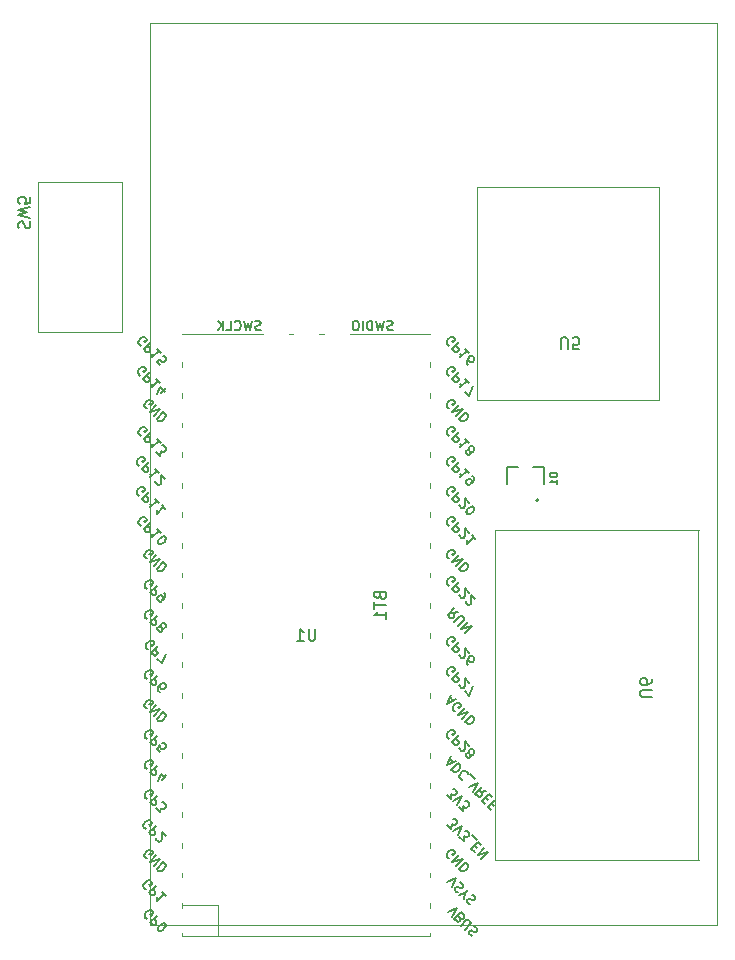
<source format=gbr>
%TF.GenerationSoftware,KiCad,Pcbnew,(6.0.9)*%
%TF.CreationDate,2023-01-30T22:20:02+01:00*%
%TF.ProjectId,P_ytka_pcb,50427974-6b61-45f7-9063-622e6b696361,rev?*%
%TF.SameCoordinates,Original*%
%TF.FileFunction,Legend,Bot*%
%TF.FilePolarity,Positive*%
%FSLAX46Y46*%
G04 Gerber Fmt 4.6, Leading zero omitted, Abs format (unit mm)*
G04 Created by KiCad (PCBNEW (6.0.9)) date 2023-01-30 22:20:02*
%MOMM*%
%LPD*%
G01*
G04 APERTURE LIST*
%ADD10C,0.150000*%
%ADD11C,0.120000*%
%ADD12C,0.127000*%
%ADD13C,0.200000*%
G04 APERTURE END LIST*
D10*
%TO.C,U6*%
X167410219Y-94572904D02*
X166600695Y-94572904D01*
X166505457Y-94525285D01*
X166457838Y-94477666D01*
X166410219Y-94382428D01*
X166410219Y-94191952D01*
X166457838Y-94096714D01*
X166505457Y-94049095D01*
X166600695Y-94001476D01*
X167410219Y-94001476D01*
X167410219Y-93096714D02*
X167410219Y-93287190D01*
X167362600Y-93382428D01*
X167314980Y-93430047D01*
X167172123Y-93525285D01*
X166981647Y-93572904D01*
X166600695Y-93572904D01*
X166505457Y-93525285D01*
X166457838Y-93477666D01*
X166410219Y-93382428D01*
X166410219Y-93191952D01*
X166457838Y-93096714D01*
X166505457Y-93049095D01*
X166600695Y-93001476D01*
X166838790Y-93001476D01*
X166934028Y-93049095D01*
X166981647Y-93096714D01*
X167029266Y-93191952D01*
X167029266Y-93382428D01*
X166981647Y-93477666D01*
X166934028Y-93525285D01*
X166838790Y-93572904D01*
%TO.C,D1*%
X159413923Y-75614619D02*
X158773923Y-75614619D01*
X158773923Y-75767000D01*
X158804400Y-75858428D01*
X158865352Y-75919380D01*
X158926304Y-75949857D01*
X159048209Y-75980333D01*
X159139638Y-75980333D01*
X159261542Y-75949857D01*
X159322495Y-75919380D01*
X159383447Y-75858428D01*
X159413923Y-75767000D01*
X159413923Y-75614619D01*
X159413923Y-76589857D02*
X159413923Y-76224142D01*
X159413923Y-76407000D02*
X158773923Y-76407000D01*
X158865352Y-76346047D01*
X158926304Y-76285095D01*
X158956780Y-76224142D01*
%TO.C,U5*%
X159710295Y-65134819D02*
X159710295Y-64325295D01*
X159757914Y-64230057D01*
X159805533Y-64182438D01*
X159900771Y-64134819D01*
X160091247Y-64134819D01*
X160186485Y-64182438D01*
X160234104Y-64230057D01*
X160281723Y-64325295D01*
X160281723Y-65134819D01*
X161234104Y-65134819D02*
X160757914Y-65134819D01*
X160710295Y-64658628D01*
X160757914Y-64706247D01*
X160853152Y-64753866D01*
X161091247Y-64753866D01*
X161186485Y-64706247D01*
X161234104Y-64658628D01*
X161281723Y-64563390D01*
X161281723Y-64325295D01*
X161234104Y-64230057D01*
X161186485Y-64182438D01*
X161091247Y-64134819D01*
X160853152Y-64134819D01*
X160757914Y-64182438D01*
X160710295Y-64230057D01*
%TO.C,BT1*%
X144405971Y-86015285D02*
X144453590Y-86158142D01*
X144501209Y-86205761D01*
X144596447Y-86253380D01*
X144739304Y-86253380D01*
X144834542Y-86205761D01*
X144882161Y-86158142D01*
X144929780Y-86062904D01*
X144929780Y-85681952D01*
X143929780Y-85681952D01*
X143929780Y-86015285D01*
X143977400Y-86110523D01*
X144025019Y-86158142D01*
X144120257Y-86205761D01*
X144215495Y-86205761D01*
X144310733Y-86158142D01*
X144358352Y-86110523D01*
X144405971Y-86015285D01*
X144405971Y-85681952D01*
X143929780Y-86539095D02*
X143929780Y-87110523D01*
X144929780Y-86824809D02*
X143929780Y-86824809D01*
X144929780Y-87967666D02*
X144929780Y-87396238D01*
X144929780Y-87681952D02*
X143929780Y-87681952D01*
X144072638Y-87586714D01*
X144167876Y-87491476D01*
X144215495Y-87396238D01*
%TO.C,SW5*%
X113833838Y-54899133D02*
X113786219Y-54756276D01*
X113786219Y-54518180D01*
X113833838Y-54422942D01*
X113881457Y-54375323D01*
X113976695Y-54327704D01*
X114071933Y-54327704D01*
X114167171Y-54375323D01*
X114214790Y-54422942D01*
X114262409Y-54518180D01*
X114310028Y-54708657D01*
X114357647Y-54803895D01*
X114405266Y-54851514D01*
X114500504Y-54899133D01*
X114595742Y-54899133D01*
X114690980Y-54851514D01*
X114738600Y-54803895D01*
X114786219Y-54708657D01*
X114786219Y-54470561D01*
X114738600Y-54327704D01*
X114786219Y-53994371D02*
X113786219Y-53756276D01*
X114500504Y-53565800D01*
X113786219Y-53375323D01*
X114786219Y-53137228D01*
X114786219Y-52280085D02*
X114786219Y-52756276D01*
X114310028Y-52803895D01*
X114357647Y-52756276D01*
X114405266Y-52661038D01*
X114405266Y-52422942D01*
X114357647Y-52327704D01*
X114310028Y-52280085D01*
X114214790Y-52232466D01*
X113976695Y-52232466D01*
X113881457Y-52280085D01*
X113833838Y-52327704D01*
X113786219Y-52422942D01*
X113786219Y-52661038D01*
X113833838Y-52756276D01*
X113881457Y-52803895D01*
%TO.C,U1*%
X138937904Y-88809580D02*
X138937904Y-89619104D01*
X138890285Y-89714342D01*
X138842666Y-89761961D01*
X138747428Y-89809580D01*
X138556952Y-89809580D01*
X138461714Y-89761961D01*
X138414095Y-89714342D01*
X138366476Y-89619104D01*
X138366476Y-88809580D01*
X137366476Y-89809580D02*
X137937904Y-89809580D01*
X137652190Y-89809580D02*
X137652190Y-88809580D01*
X137747428Y-88952438D01*
X137842666Y-89047676D01*
X137937904Y-89095295D01*
X124689096Y-103205981D02*
X124608284Y-103179044D01*
X124527471Y-103098232D01*
X124473597Y-102990482D01*
X124473597Y-102882732D01*
X124500534Y-102801920D01*
X124581346Y-102667233D01*
X124662158Y-102586421D01*
X124796845Y-102505609D01*
X124877658Y-102478671D01*
X124985407Y-102478671D01*
X125093157Y-102532546D01*
X125147032Y-102586421D01*
X125200906Y-102694171D01*
X125200906Y-102748045D01*
X125012345Y-102936607D01*
X124904595Y-102828858D01*
X125497218Y-102936607D02*
X124931532Y-103502293D01*
X125147032Y-103717792D01*
X125227844Y-103744729D01*
X125281719Y-103744729D01*
X125362531Y-103717792D01*
X125443343Y-103636980D01*
X125470280Y-103556167D01*
X125470280Y-103502293D01*
X125443343Y-103421480D01*
X125227844Y-103205981D01*
X125443343Y-104014103D02*
X125793529Y-104364289D01*
X125820467Y-103960228D01*
X125901279Y-104041041D01*
X125982091Y-104067978D01*
X126035966Y-104067978D01*
X126116778Y-104041041D01*
X126251465Y-103906354D01*
X126278402Y-103825541D01*
X126278402Y-103771667D01*
X126251465Y-103690854D01*
X126089841Y-103529230D01*
X126009028Y-103502293D01*
X125955154Y-103502293D01*
X124689096Y-100665981D02*
X124608284Y-100639044D01*
X124527471Y-100558232D01*
X124473597Y-100450482D01*
X124473597Y-100342732D01*
X124500534Y-100261920D01*
X124581346Y-100127233D01*
X124662158Y-100046421D01*
X124796845Y-99965609D01*
X124877658Y-99938671D01*
X124985407Y-99938671D01*
X125093157Y-99992546D01*
X125147032Y-100046421D01*
X125200906Y-100154171D01*
X125200906Y-100208045D01*
X125012345Y-100396607D01*
X124904595Y-100288858D01*
X125497218Y-100396607D02*
X124931532Y-100962293D01*
X125147032Y-101177792D01*
X125227844Y-101204729D01*
X125281719Y-101204729D01*
X125362531Y-101177792D01*
X125443343Y-101096980D01*
X125470280Y-101016167D01*
X125470280Y-100962293D01*
X125443343Y-100881480D01*
X125227844Y-100665981D01*
X125928216Y-101581853D02*
X126305340Y-101204729D01*
X125578030Y-101662665D02*
X125847404Y-101123917D01*
X126197590Y-101474103D01*
X150262158Y-108259044D02*
X150181346Y-108232106D01*
X150100534Y-108151294D01*
X150046659Y-108043545D01*
X150046659Y-107935795D01*
X150073597Y-107854983D01*
X150154409Y-107720296D01*
X150235221Y-107639484D01*
X150369908Y-107558671D01*
X150450720Y-107531734D01*
X150558470Y-107531734D01*
X150666219Y-107585609D01*
X150720094Y-107639484D01*
X150773969Y-107747233D01*
X150773969Y-107801108D01*
X150585407Y-107989670D01*
X150477658Y-107881920D01*
X151070280Y-107989670D02*
X150504595Y-108555355D01*
X151393529Y-108312919D01*
X150827844Y-108878604D01*
X151662903Y-108582293D02*
X151097218Y-109147978D01*
X151231905Y-109282665D01*
X151339654Y-109336540D01*
X151447404Y-109336540D01*
X151528216Y-109309602D01*
X151662903Y-109228790D01*
X151743715Y-109147978D01*
X151824528Y-109013291D01*
X151851465Y-108932479D01*
X151851465Y-108824729D01*
X151797590Y-108716980D01*
X151662903Y-108582293D01*
X150273722Y-72456607D02*
X150192910Y-72429670D01*
X150112097Y-72348858D01*
X150058223Y-72241108D01*
X150058223Y-72133358D01*
X150085160Y-72052546D01*
X150165972Y-71917859D01*
X150246784Y-71837047D01*
X150381471Y-71756235D01*
X150462284Y-71729297D01*
X150570033Y-71729297D01*
X150677783Y-71783172D01*
X150731658Y-71837047D01*
X150785532Y-71944797D01*
X150785532Y-71998671D01*
X150596971Y-72187233D01*
X150489221Y-72079484D01*
X151081844Y-72187233D02*
X150516158Y-72752919D01*
X150731658Y-72968418D01*
X150812470Y-72995355D01*
X150866345Y-72995355D01*
X150947157Y-72968418D01*
X151027969Y-72887606D01*
X151054906Y-72806793D01*
X151054906Y-72752919D01*
X151027969Y-72672106D01*
X150812470Y-72456607D01*
X151943841Y-73049230D02*
X151620592Y-72725981D01*
X151782216Y-72887606D02*
X151216531Y-73453291D01*
X151243468Y-73318604D01*
X151243468Y-73210854D01*
X151216531Y-73130042D01*
X151943841Y-73695728D02*
X151863028Y-73668790D01*
X151809154Y-73668790D01*
X151728341Y-73695728D01*
X151701404Y-73722665D01*
X151674467Y-73803477D01*
X151674467Y-73857352D01*
X151701404Y-73938164D01*
X151809154Y-74045914D01*
X151889966Y-74072851D01*
X151943841Y-74072851D01*
X152024653Y-74045914D01*
X152051590Y-74018976D01*
X152078528Y-73938164D01*
X152078528Y-73884289D01*
X152051590Y-73803477D01*
X151943841Y-73695728D01*
X151916903Y-73614915D01*
X151916903Y-73561041D01*
X151943841Y-73480228D01*
X152051590Y-73372479D01*
X152132402Y-73345541D01*
X152186277Y-73345541D01*
X152267089Y-73372479D01*
X152374839Y-73480228D01*
X152401776Y-73561041D01*
X152401776Y-73614915D01*
X152374839Y-73695728D01*
X152267089Y-73803477D01*
X152186277Y-73830415D01*
X152132402Y-73830415D01*
X152051590Y-73803477D01*
X124019722Y-77536607D02*
X123938910Y-77509670D01*
X123858097Y-77428858D01*
X123804223Y-77321108D01*
X123804223Y-77213358D01*
X123831160Y-77132546D01*
X123911972Y-76997859D01*
X123992784Y-76917047D01*
X124127471Y-76836235D01*
X124208284Y-76809297D01*
X124316033Y-76809297D01*
X124423783Y-76863172D01*
X124477658Y-76917047D01*
X124531532Y-77024797D01*
X124531532Y-77078671D01*
X124342971Y-77267233D01*
X124235221Y-77159484D01*
X124827844Y-77267233D02*
X124262158Y-77832919D01*
X124477658Y-78048418D01*
X124558470Y-78075355D01*
X124612345Y-78075355D01*
X124693157Y-78048418D01*
X124773969Y-77967606D01*
X124800906Y-77886793D01*
X124800906Y-77832919D01*
X124773969Y-77752106D01*
X124558470Y-77536607D01*
X125689841Y-78129230D02*
X125366592Y-77805981D01*
X125528216Y-77967606D02*
X124962531Y-78533291D01*
X124989468Y-78398604D01*
X124989468Y-78290854D01*
X124962531Y-78210042D01*
X126228589Y-78667978D02*
X125905340Y-78344729D01*
X126066964Y-78506354D02*
X125501279Y-79072039D01*
X125528216Y-78937352D01*
X125528216Y-78829602D01*
X125501279Y-78748790D01*
X150262158Y-70159044D02*
X150181346Y-70132106D01*
X150100534Y-70051294D01*
X150046659Y-69943545D01*
X150046659Y-69835795D01*
X150073597Y-69754983D01*
X150154409Y-69620296D01*
X150235221Y-69539484D01*
X150369908Y-69458671D01*
X150450720Y-69431734D01*
X150558470Y-69431734D01*
X150666219Y-69485609D01*
X150720094Y-69539484D01*
X150773969Y-69647233D01*
X150773969Y-69701108D01*
X150585407Y-69889670D01*
X150477658Y-69781920D01*
X151070280Y-69889670D02*
X150504595Y-70455355D01*
X151393529Y-70212919D01*
X150827844Y-70778604D01*
X151662903Y-70482293D02*
X151097218Y-71047978D01*
X151231905Y-71182665D01*
X151339654Y-71236540D01*
X151447404Y-71236540D01*
X151528216Y-71209602D01*
X151662903Y-71128790D01*
X151743715Y-71047978D01*
X151824528Y-70913291D01*
X151851465Y-70832479D01*
X151851465Y-70724729D01*
X151797590Y-70616980D01*
X151662903Y-70482293D01*
X124019722Y-74996607D02*
X123938910Y-74969670D01*
X123858097Y-74888858D01*
X123804223Y-74781108D01*
X123804223Y-74673358D01*
X123831160Y-74592546D01*
X123911972Y-74457859D01*
X123992784Y-74377047D01*
X124127471Y-74296235D01*
X124208284Y-74269297D01*
X124316033Y-74269297D01*
X124423783Y-74323172D01*
X124477658Y-74377047D01*
X124531532Y-74484797D01*
X124531532Y-74538671D01*
X124342971Y-74727233D01*
X124235221Y-74619484D01*
X124827844Y-74727233D02*
X124262158Y-75292919D01*
X124477658Y-75508418D01*
X124558470Y-75535355D01*
X124612345Y-75535355D01*
X124693157Y-75508418D01*
X124773969Y-75427606D01*
X124800906Y-75346793D01*
X124800906Y-75292919D01*
X124773969Y-75212106D01*
X124558470Y-74996607D01*
X125689841Y-75589230D02*
X125366592Y-75265981D01*
X125528216Y-75427606D02*
X124962531Y-75993291D01*
X124989468Y-75858604D01*
X124989468Y-75750854D01*
X124962531Y-75670042D01*
X125393529Y-76316540D02*
X125393529Y-76370415D01*
X125420467Y-76451227D01*
X125555154Y-76585914D01*
X125635966Y-76612851D01*
X125689841Y-76612851D01*
X125770653Y-76585914D01*
X125824528Y-76532039D01*
X125878402Y-76424289D01*
X125878402Y-75777792D01*
X126228589Y-76127978D01*
X150273722Y-74996607D02*
X150192910Y-74969670D01*
X150112097Y-74888858D01*
X150058223Y-74781108D01*
X150058223Y-74673358D01*
X150085160Y-74592546D01*
X150165972Y-74457859D01*
X150246784Y-74377047D01*
X150381471Y-74296235D01*
X150462284Y-74269297D01*
X150570033Y-74269297D01*
X150677783Y-74323172D01*
X150731658Y-74377047D01*
X150785532Y-74484797D01*
X150785532Y-74538671D01*
X150596971Y-74727233D01*
X150489221Y-74619484D01*
X151081844Y-74727233D02*
X150516158Y-75292919D01*
X150731658Y-75508418D01*
X150812470Y-75535355D01*
X150866345Y-75535355D01*
X150947157Y-75508418D01*
X151027969Y-75427606D01*
X151054906Y-75346793D01*
X151054906Y-75292919D01*
X151027969Y-75212106D01*
X150812470Y-74996607D01*
X151943841Y-75589230D02*
X151620592Y-75265981D01*
X151782216Y-75427606D02*
X151216531Y-75993291D01*
X151243468Y-75858604D01*
X151243468Y-75750854D01*
X151216531Y-75670042D01*
X152213215Y-75858604D02*
X152320964Y-75966354D01*
X152347902Y-76047166D01*
X152347902Y-76101041D01*
X152320964Y-76235728D01*
X152240152Y-76370415D01*
X152024653Y-76585914D01*
X151943841Y-76612851D01*
X151889966Y-76612851D01*
X151809154Y-76585914D01*
X151701404Y-76478164D01*
X151674467Y-76397352D01*
X151674467Y-76343477D01*
X151701404Y-76262665D01*
X151836091Y-76127978D01*
X151916903Y-76101041D01*
X151970778Y-76101041D01*
X152051590Y-76127978D01*
X152159340Y-76235728D01*
X152186277Y-76316540D01*
X152186277Y-76370415D01*
X152159340Y-76451227D01*
X124165722Y-64836607D02*
X124084910Y-64809670D01*
X124004097Y-64728858D01*
X123950223Y-64621108D01*
X123950223Y-64513358D01*
X123977160Y-64432546D01*
X124057972Y-64297859D01*
X124138784Y-64217047D01*
X124273471Y-64136235D01*
X124354284Y-64109297D01*
X124462033Y-64109297D01*
X124569783Y-64163172D01*
X124623658Y-64217047D01*
X124677532Y-64324797D01*
X124677532Y-64378671D01*
X124488971Y-64567233D01*
X124381221Y-64459484D01*
X124973844Y-64567233D02*
X124408158Y-65132919D01*
X124623658Y-65348418D01*
X124704470Y-65375355D01*
X124758345Y-65375355D01*
X124839157Y-65348418D01*
X124919969Y-65267606D01*
X124946906Y-65186793D01*
X124946906Y-65132919D01*
X124919969Y-65052106D01*
X124704470Y-64836607D01*
X125835841Y-65429230D02*
X125512592Y-65105981D01*
X125674216Y-65267606D02*
X125108531Y-65833291D01*
X125135468Y-65698604D01*
X125135468Y-65590854D01*
X125108531Y-65510042D01*
X125781966Y-66506726D02*
X125512592Y-66237352D01*
X125755028Y-65941041D01*
X125755028Y-65994915D01*
X125781966Y-66075728D01*
X125916653Y-66210415D01*
X125997465Y-66237352D01*
X126051340Y-66237352D01*
X126132152Y-66210415D01*
X126266839Y-66075728D01*
X126293776Y-65994915D01*
X126293776Y-65941041D01*
X126266839Y-65860228D01*
X126132152Y-65725541D01*
X126051340Y-65698604D01*
X125997465Y-65698604D01*
X150129129Y-112829890D02*
X150883377Y-112452766D01*
X150506253Y-113207013D01*
X151152751Y-113314763D02*
X151260500Y-113368638D01*
X151314375Y-113368638D01*
X151395187Y-113341700D01*
X151476000Y-113260888D01*
X151502937Y-113180076D01*
X151502937Y-113126201D01*
X151476000Y-113045389D01*
X151260500Y-112829890D01*
X150694815Y-113395575D01*
X150883377Y-113584137D01*
X150964189Y-113611074D01*
X151018064Y-113611074D01*
X151098876Y-113584137D01*
X151152751Y-113530262D01*
X151179688Y-113449450D01*
X151179688Y-113395575D01*
X151152751Y-113314763D01*
X150964189Y-113126201D01*
X151260500Y-113961261D02*
X151718436Y-113503325D01*
X151799248Y-113476387D01*
X151853123Y-113476387D01*
X151933935Y-113503325D01*
X152041685Y-113611074D01*
X152068622Y-113691887D01*
X152068622Y-113745761D01*
X152041685Y-113826574D01*
X151583749Y-114284509D01*
X152364934Y-113988198D02*
X152472683Y-114042073D01*
X152607370Y-114176760D01*
X152634308Y-114257572D01*
X152634308Y-114311447D01*
X152607370Y-114392259D01*
X152553496Y-114446134D01*
X152472683Y-114473071D01*
X152418809Y-114473071D01*
X152337996Y-114446134D01*
X152203309Y-114365322D01*
X152122497Y-114338384D01*
X152068622Y-114338384D01*
X151987810Y-114365322D01*
X151933935Y-114419196D01*
X151906998Y-114500009D01*
X151906998Y-114553883D01*
X151933935Y-114634696D01*
X152068622Y-114769383D01*
X152176372Y-114823257D01*
X124689096Y-93045981D02*
X124608284Y-93019044D01*
X124527471Y-92938232D01*
X124473597Y-92830482D01*
X124473597Y-92722732D01*
X124500534Y-92641920D01*
X124581346Y-92507233D01*
X124662158Y-92426421D01*
X124796845Y-92345609D01*
X124877658Y-92318671D01*
X124985407Y-92318671D01*
X125093157Y-92372546D01*
X125147032Y-92426421D01*
X125200906Y-92534171D01*
X125200906Y-92588045D01*
X125012345Y-92776607D01*
X124904595Y-92668858D01*
X125497218Y-92776607D02*
X124931532Y-93342293D01*
X125147032Y-93557792D01*
X125227844Y-93584729D01*
X125281719Y-93584729D01*
X125362531Y-93557792D01*
X125443343Y-93476980D01*
X125470280Y-93396167D01*
X125470280Y-93342293D01*
X125443343Y-93261480D01*
X125227844Y-93045981D01*
X125739654Y-94150415D02*
X125631905Y-94042665D01*
X125604967Y-93961853D01*
X125604967Y-93907978D01*
X125631905Y-93773291D01*
X125712717Y-93638604D01*
X125928216Y-93423105D01*
X126009028Y-93396167D01*
X126062903Y-93396167D01*
X126143715Y-93423105D01*
X126251465Y-93530854D01*
X126278402Y-93611667D01*
X126278402Y-93665541D01*
X126251465Y-93746354D01*
X126116778Y-93881041D01*
X126035966Y-93907978D01*
X125982091Y-93907978D01*
X125901279Y-93881041D01*
X125793529Y-93773291D01*
X125766592Y-93692479D01*
X125766592Y-93638604D01*
X125793529Y-93557792D01*
X150273722Y-90236607D02*
X150192910Y-90209670D01*
X150112097Y-90128858D01*
X150058223Y-90021108D01*
X150058223Y-89913358D01*
X150085160Y-89832546D01*
X150165972Y-89697859D01*
X150246784Y-89617047D01*
X150381471Y-89536235D01*
X150462284Y-89509297D01*
X150570033Y-89509297D01*
X150677783Y-89563172D01*
X150731658Y-89617047D01*
X150785532Y-89724797D01*
X150785532Y-89778671D01*
X150596971Y-89967233D01*
X150489221Y-89859484D01*
X151081844Y-89967233D02*
X150516158Y-90532919D01*
X150731658Y-90748418D01*
X150812470Y-90775355D01*
X150866345Y-90775355D01*
X150947157Y-90748418D01*
X151027969Y-90667606D01*
X151054906Y-90586793D01*
X151054906Y-90532919D01*
X151027969Y-90452106D01*
X150812470Y-90236607D01*
X151108781Y-91017792D02*
X151108781Y-91071667D01*
X151135719Y-91152479D01*
X151270406Y-91287166D01*
X151351218Y-91314103D01*
X151405093Y-91314103D01*
X151485905Y-91287166D01*
X151539780Y-91233291D01*
X151593654Y-91125541D01*
X151593654Y-90479044D01*
X151943841Y-90829230D01*
X151863028Y-91879789D02*
X151755279Y-91772039D01*
X151728341Y-91691227D01*
X151728341Y-91637352D01*
X151755279Y-91502665D01*
X151836091Y-91367978D01*
X152051590Y-91152479D01*
X152132402Y-91125541D01*
X152186277Y-91125541D01*
X152267089Y-91152479D01*
X152374839Y-91260228D01*
X152401776Y-91341041D01*
X152401776Y-91394915D01*
X152374839Y-91475728D01*
X152240152Y-91610415D01*
X152159340Y-91637352D01*
X152105465Y-91637352D01*
X152024653Y-91610415D01*
X151916903Y-91502665D01*
X151889966Y-91421853D01*
X151889966Y-91367978D01*
X151916903Y-91287166D01*
X124662158Y-95559044D02*
X124581346Y-95532106D01*
X124500534Y-95451294D01*
X124446659Y-95343545D01*
X124446659Y-95235795D01*
X124473597Y-95154983D01*
X124554409Y-95020296D01*
X124635221Y-94939484D01*
X124769908Y-94858671D01*
X124850720Y-94831734D01*
X124958470Y-94831734D01*
X125066219Y-94885609D01*
X125120094Y-94939484D01*
X125173969Y-95047233D01*
X125173969Y-95101108D01*
X124985407Y-95289670D01*
X124877658Y-95181920D01*
X125470280Y-95289670D02*
X124904595Y-95855355D01*
X125793529Y-95612919D01*
X125227844Y-96178604D01*
X126062903Y-95882293D02*
X125497218Y-96447978D01*
X125631905Y-96582665D01*
X125739654Y-96636540D01*
X125847404Y-96636540D01*
X125928216Y-96609602D01*
X126062903Y-96528790D01*
X126143715Y-96447978D01*
X126224528Y-96313291D01*
X126251465Y-96232479D01*
X126251465Y-96124729D01*
X126197590Y-96016980D01*
X126062903Y-95882293D01*
X150330788Y-99823426D02*
X150600162Y-100092800D01*
X150438537Y-99607927D02*
X150061414Y-100362174D01*
X150815661Y-99985050D01*
X151004223Y-100173612D02*
X150438537Y-100739297D01*
X150573224Y-100873984D01*
X150680974Y-100927859D01*
X150788723Y-100927859D01*
X150869536Y-100900922D01*
X151004223Y-100820110D01*
X151085035Y-100739297D01*
X151165847Y-100604610D01*
X151192784Y-100523798D01*
X151192784Y-100416049D01*
X151138910Y-100308299D01*
X151004223Y-100173612D01*
X151839282Y-101116421D02*
X151839282Y-101062546D01*
X151785407Y-100954797D01*
X151731532Y-100900922D01*
X151623783Y-100847047D01*
X151516033Y-100847047D01*
X151435221Y-100873984D01*
X151300534Y-100954797D01*
X151219722Y-101035609D01*
X151138910Y-101170296D01*
X151111972Y-101251108D01*
X151111972Y-101358858D01*
X151165847Y-101466607D01*
X151219722Y-101520482D01*
X151327471Y-101574357D01*
X151381346Y-101574357D01*
X152054781Y-101116421D02*
X152485780Y-101547419D01*
X151920094Y-102220854D02*
X152674341Y-101843731D01*
X152297218Y-102597978D01*
X153374714Y-102544103D02*
X152916778Y-102624915D01*
X153051465Y-102220854D02*
X152485780Y-102786540D01*
X152701279Y-103002039D01*
X152782091Y-103028976D01*
X152835966Y-103028976D01*
X152916778Y-103002039D01*
X152997590Y-102921227D01*
X153024528Y-102840415D01*
X153024528Y-102786540D01*
X152997590Y-102705728D01*
X152782091Y-102490228D01*
X153320839Y-103082851D02*
X153509401Y-103271413D01*
X153886524Y-103055914D02*
X153617150Y-102786540D01*
X153051465Y-103352225D01*
X153320839Y-103621599D01*
X154021211Y-103783224D02*
X153832650Y-103594662D01*
X154128961Y-103298350D02*
X153563276Y-103864036D01*
X153832650Y-104133410D01*
X150273722Y-67376607D02*
X150192910Y-67349670D01*
X150112097Y-67268858D01*
X150058223Y-67161108D01*
X150058223Y-67053358D01*
X150085160Y-66972546D01*
X150165972Y-66837859D01*
X150246784Y-66757047D01*
X150381471Y-66676235D01*
X150462284Y-66649297D01*
X150570033Y-66649297D01*
X150677783Y-66703172D01*
X150731658Y-66757047D01*
X150785532Y-66864797D01*
X150785532Y-66918671D01*
X150596971Y-67107233D01*
X150489221Y-66999484D01*
X151081844Y-67107233D02*
X150516158Y-67672919D01*
X150731658Y-67888418D01*
X150812470Y-67915355D01*
X150866345Y-67915355D01*
X150947157Y-67888418D01*
X151027969Y-67807606D01*
X151054906Y-67726793D01*
X151054906Y-67672919D01*
X151027969Y-67592106D01*
X150812470Y-67376607D01*
X151943841Y-67969230D02*
X151620592Y-67645981D01*
X151782216Y-67807606D02*
X151216531Y-68373291D01*
X151243468Y-68238604D01*
X151243468Y-68130854D01*
X151216531Y-68050042D01*
X151566717Y-68723477D02*
X151943841Y-69100601D01*
X152267089Y-68292479D01*
X124165722Y-80076607D02*
X124084910Y-80049670D01*
X124004097Y-79968858D01*
X123950223Y-79861108D01*
X123950223Y-79753358D01*
X123977160Y-79672546D01*
X124057972Y-79537859D01*
X124138784Y-79457047D01*
X124273471Y-79376235D01*
X124354284Y-79349297D01*
X124462033Y-79349297D01*
X124569783Y-79403172D01*
X124623658Y-79457047D01*
X124677532Y-79564797D01*
X124677532Y-79618671D01*
X124488971Y-79807233D01*
X124381221Y-79699484D01*
X124973844Y-79807233D02*
X124408158Y-80372919D01*
X124623658Y-80588418D01*
X124704470Y-80615355D01*
X124758345Y-80615355D01*
X124839157Y-80588418D01*
X124919969Y-80507606D01*
X124946906Y-80426793D01*
X124946906Y-80372919D01*
X124919969Y-80292106D01*
X124704470Y-80076607D01*
X125835841Y-80669230D02*
X125512592Y-80345981D01*
X125674216Y-80507606D02*
X125108531Y-81073291D01*
X125135468Y-80938604D01*
X125135468Y-80830854D01*
X125108531Y-80750042D01*
X125620341Y-81585102D02*
X125674216Y-81638976D01*
X125755028Y-81665914D01*
X125808903Y-81665914D01*
X125889715Y-81638976D01*
X126024402Y-81558164D01*
X126159089Y-81423477D01*
X126239902Y-81288790D01*
X126266839Y-81207978D01*
X126266839Y-81154103D01*
X126239902Y-81073291D01*
X126186027Y-81019416D01*
X126105215Y-80992479D01*
X126051340Y-80992479D01*
X125970528Y-81019416D01*
X125835841Y-81100228D01*
X125701154Y-81234915D01*
X125620341Y-81369602D01*
X125593404Y-81450415D01*
X125593404Y-81504289D01*
X125620341Y-81585102D01*
X124662158Y-108259044D02*
X124581346Y-108232106D01*
X124500534Y-108151294D01*
X124446659Y-108043545D01*
X124446659Y-107935795D01*
X124473597Y-107854983D01*
X124554409Y-107720296D01*
X124635221Y-107639484D01*
X124769908Y-107558671D01*
X124850720Y-107531734D01*
X124958470Y-107531734D01*
X125066219Y-107585609D01*
X125120094Y-107639484D01*
X125173969Y-107747233D01*
X125173969Y-107801108D01*
X124985407Y-107989670D01*
X124877658Y-107881920D01*
X125470280Y-107989670D02*
X124904595Y-108555355D01*
X125793529Y-108312919D01*
X125227844Y-108878604D01*
X126062903Y-108582293D02*
X125497218Y-109147978D01*
X125631905Y-109282665D01*
X125739654Y-109336540D01*
X125847404Y-109336540D01*
X125928216Y-109309602D01*
X126062903Y-109228790D01*
X126143715Y-109147978D01*
X126224528Y-109013291D01*
X126251465Y-108932479D01*
X126251465Y-108824729D01*
X126197590Y-108716980D01*
X126062903Y-108582293D01*
X150273722Y-85156607D02*
X150192910Y-85129670D01*
X150112097Y-85048858D01*
X150058223Y-84941108D01*
X150058223Y-84833358D01*
X150085160Y-84752546D01*
X150165972Y-84617859D01*
X150246784Y-84537047D01*
X150381471Y-84456235D01*
X150462284Y-84429297D01*
X150570033Y-84429297D01*
X150677783Y-84483172D01*
X150731658Y-84537047D01*
X150785532Y-84644797D01*
X150785532Y-84698671D01*
X150596971Y-84887233D01*
X150489221Y-84779484D01*
X151081844Y-84887233D02*
X150516158Y-85452919D01*
X150731658Y-85668418D01*
X150812470Y-85695355D01*
X150866345Y-85695355D01*
X150947157Y-85668418D01*
X151027969Y-85587606D01*
X151054906Y-85506793D01*
X151054906Y-85452919D01*
X151027969Y-85372106D01*
X150812470Y-85156607D01*
X151108781Y-85937792D02*
X151108781Y-85991667D01*
X151135719Y-86072479D01*
X151270406Y-86207166D01*
X151351218Y-86234103D01*
X151405093Y-86234103D01*
X151485905Y-86207166D01*
X151539780Y-86153291D01*
X151593654Y-86045541D01*
X151593654Y-85399044D01*
X151943841Y-85749230D01*
X151647529Y-86476540D02*
X151647529Y-86530415D01*
X151674467Y-86611227D01*
X151809154Y-86745914D01*
X151889966Y-86772851D01*
X151943841Y-86772851D01*
X152024653Y-86745914D01*
X152078528Y-86692039D01*
X152132402Y-86584289D01*
X152132402Y-85937792D01*
X152482589Y-86287978D01*
X124789096Y-90535981D02*
X124708284Y-90509044D01*
X124627471Y-90428232D01*
X124573597Y-90320482D01*
X124573597Y-90212732D01*
X124600534Y-90131920D01*
X124681346Y-89997233D01*
X124762158Y-89916421D01*
X124896845Y-89835609D01*
X124977658Y-89808671D01*
X125085407Y-89808671D01*
X125193157Y-89862546D01*
X125247032Y-89916421D01*
X125300906Y-90024171D01*
X125300906Y-90078045D01*
X125112345Y-90266607D01*
X125004595Y-90158858D01*
X125597218Y-90266607D02*
X125031532Y-90832293D01*
X125247032Y-91047792D01*
X125327844Y-91074729D01*
X125381719Y-91074729D01*
X125462531Y-91047792D01*
X125543343Y-90966980D01*
X125570280Y-90886167D01*
X125570280Y-90832293D01*
X125543343Y-90751480D01*
X125327844Y-90535981D01*
X125543343Y-91344103D02*
X125920467Y-91721227D01*
X126243715Y-90913105D01*
X124589096Y-105745981D02*
X124508284Y-105719044D01*
X124427471Y-105638232D01*
X124373597Y-105530482D01*
X124373597Y-105422732D01*
X124400534Y-105341920D01*
X124481346Y-105207233D01*
X124562158Y-105126421D01*
X124696845Y-105045609D01*
X124777658Y-105018671D01*
X124885407Y-105018671D01*
X124993157Y-105072546D01*
X125047032Y-105126421D01*
X125100906Y-105234171D01*
X125100906Y-105288045D01*
X124912345Y-105476607D01*
X124804595Y-105368858D01*
X125397218Y-105476607D02*
X124831532Y-106042293D01*
X125047032Y-106257792D01*
X125127844Y-106284729D01*
X125181719Y-106284729D01*
X125262531Y-106257792D01*
X125343343Y-106176980D01*
X125370280Y-106096167D01*
X125370280Y-106042293D01*
X125343343Y-105961480D01*
X125127844Y-105745981D01*
X125424155Y-106527166D02*
X125424155Y-106581041D01*
X125451093Y-106661853D01*
X125585780Y-106796540D01*
X125666592Y-106823477D01*
X125720467Y-106823477D01*
X125801279Y-106796540D01*
X125855154Y-106742665D01*
X125909028Y-106634915D01*
X125909028Y-105988418D01*
X126259215Y-106338604D01*
X124689096Y-98125981D02*
X124608284Y-98099044D01*
X124527471Y-98018232D01*
X124473597Y-97910482D01*
X124473597Y-97802732D01*
X124500534Y-97721920D01*
X124581346Y-97587233D01*
X124662158Y-97506421D01*
X124796845Y-97425609D01*
X124877658Y-97398671D01*
X124985407Y-97398671D01*
X125093157Y-97452546D01*
X125147032Y-97506421D01*
X125200906Y-97614171D01*
X125200906Y-97668045D01*
X125012345Y-97856607D01*
X124904595Y-97748858D01*
X125497218Y-97856607D02*
X124931532Y-98422293D01*
X125147032Y-98637792D01*
X125227844Y-98664729D01*
X125281719Y-98664729D01*
X125362531Y-98637792D01*
X125443343Y-98556980D01*
X125470280Y-98476167D01*
X125470280Y-98422293D01*
X125443343Y-98341480D01*
X125227844Y-98125981D01*
X125766592Y-99257352D02*
X125497218Y-98987978D01*
X125739654Y-98691667D01*
X125739654Y-98745541D01*
X125766592Y-98826354D01*
X125901279Y-98961041D01*
X125982091Y-98987978D01*
X126035966Y-98987978D01*
X126116778Y-98961041D01*
X126251465Y-98826354D01*
X126278402Y-98745541D01*
X126278402Y-98691667D01*
X126251465Y-98610854D01*
X126116778Y-98476167D01*
X126035966Y-98449230D01*
X125982091Y-98449230D01*
X150273722Y-98110607D02*
X150192910Y-98083670D01*
X150112097Y-98002858D01*
X150058223Y-97895108D01*
X150058223Y-97787358D01*
X150085160Y-97706546D01*
X150165972Y-97571859D01*
X150246784Y-97491047D01*
X150381471Y-97410235D01*
X150462284Y-97383297D01*
X150570033Y-97383297D01*
X150677783Y-97437172D01*
X150731658Y-97491047D01*
X150785532Y-97598797D01*
X150785532Y-97652671D01*
X150596971Y-97841233D01*
X150489221Y-97733484D01*
X151081844Y-97841233D02*
X150516158Y-98406919D01*
X150731658Y-98622418D01*
X150812470Y-98649355D01*
X150866345Y-98649355D01*
X150947157Y-98622418D01*
X151027969Y-98541606D01*
X151054906Y-98460793D01*
X151054906Y-98406919D01*
X151027969Y-98326106D01*
X150812470Y-98110607D01*
X151108781Y-98891792D02*
X151108781Y-98945667D01*
X151135719Y-99026479D01*
X151270406Y-99161166D01*
X151351218Y-99188103D01*
X151405093Y-99188103D01*
X151485905Y-99161166D01*
X151539780Y-99107291D01*
X151593654Y-98999541D01*
X151593654Y-98353044D01*
X151943841Y-98703230D01*
X151943841Y-99349728D02*
X151863028Y-99322790D01*
X151809154Y-99322790D01*
X151728341Y-99349728D01*
X151701404Y-99376665D01*
X151674467Y-99457477D01*
X151674467Y-99511352D01*
X151701404Y-99592164D01*
X151809154Y-99699914D01*
X151889966Y-99726851D01*
X151943841Y-99726851D01*
X152024653Y-99699914D01*
X152051590Y-99672976D01*
X152078528Y-99592164D01*
X152078528Y-99538289D01*
X152051590Y-99457477D01*
X151943841Y-99349728D01*
X151916903Y-99268915D01*
X151916903Y-99215041D01*
X151943841Y-99134228D01*
X152051590Y-99026479D01*
X152132402Y-98999541D01*
X152186277Y-98999541D01*
X152267089Y-99026479D01*
X152374839Y-99134228D01*
X152401776Y-99215041D01*
X152401776Y-99268915D01*
X152374839Y-99349728D01*
X152267089Y-99457477D01*
X152186277Y-99484415D01*
X152132402Y-99484415D01*
X152051590Y-99457477D01*
X145471238Y-63481009D02*
X145356952Y-63519104D01*
X145166476Y-63519104D01*
X145090285Y-63481009D01*
X145052190Y-63442914D01*
X145014095Y-63366723D01*
X145014095Y-63290533D01*
X145052190Y-63214342D01*
X145090285Y-63176247D01*
X145166476Y-63138152D01*
X145318857Y-63100057D01*
X145395047Y-63061961D01*
X145433142Y-63023866D01*
X145471238Y-62947676D01*
X145471238Y-62871485D01*
X145433142Y-62795295D01*
X145395047Y-62757200D01*
X145318857Y-62719104D01*
X145128380Y-62719104D01*
X145014095Y-62757200D01*
X144747428Y-62719104D02*
X144556952Y-63519104D01*
X144404571Y-62947676D01*
X144252190Y-63519104D01*
X144061714Y-62719104D01*
X143756952Y-63519104D02*
X143756952Y-62719104D01*
X143566476Y-62719104D01*
X143452190Y-62757200D01*
X143376000Y-62833390D01*
X143337904Y-62909580D01*
X143299809Y-63061961D01*
X143299809Y-63176247D01*
X143337904Y-63328628D01*
X143376000Y-63404819D01*
X143452190Y-63481009D01*
X143566476Y-63519104D01*
X143756952Y-63519104D01*
X142956952Y-63519104D02*
X142956952Y-62719104D01*
X142423619Y-62719104D02*
X142271238Y-62719104D01*
X142195047Y-62757200D01*
X142118857Y-62833390D01*
X142080761Y-62985771D01*
X142080761Y-63252438D01*
X142118857Y-63404819D01*
X142195047Y-63481009D01*
X142271238Y-63519104D01*
X142423619Y-63519104D01*
X142499809Y-63481009D01*
X142576000Y-63404819D01*
X142614095Y-63252438D01*
X142614095Y-62985771D01*
X142576000Y-62833390D01*
X142499809Y-62757200D01*
X142423619Y-62719104D01*
X150327597Y-94616235D02*
X150596971Y-94885609D01*
X150435346Y-94400736D02*
X150058223Y-95154983D01*
X150812470Y-94777859D01*
X150758595Y-95801480D02*
X150677783Y-95774543D01*
X150596971Y-95693731D01*
X150543096Y-95585981D01*
X150543096Y-95478232D01*
X150570033Y-95397419D01*
X150650845Y-95262732D01*
X150731658Y-95181920D01*
X150866345Y-95101108D01*
X150947157Y-95074171D01*
X151054906Y-95074171D01*
X151162656Y-95128045D01*
X151216531Y-95181920D01*
X151270406Y-95289670D01*
X151270406Y-95343545D01*
X151081844Y-95532106D01*
X150974094Y-95424357D01*
X151566717Y-95532106D02*
X151001032Y-96097792D01*
X151889966Y-95855355D01*
X151324280Y-96421041D01*
X152159340Y-96124729D02*
X151593654Y-96690415D01*
X151728341Y-96825102D01*
X151836091Y-96878976D01*
X151943841Y-96878976D01*
X152024653Y-96852039D01*
X152159340Y-96771227D01*
X152240152Y-96690415D01*
X152320964Y-96555728D01*
X152347902Y-96474915D01*
X152347902Y-96367166D01*
X152294027Y-96259416D01*
X152159340Y-96124729D01*
X151014375Y-87413764D02*
X150556439Y-87494577D01*
X150691126Y-87090516D02*
X150125441Y-87656201D01*
X150340940Y-87871700D01*
X150421752Y-87898638D01*
X150475627Y-87898638D01*
X150556439Y-87871700D01*
X150637251Y-87790888D01*
X150664189Y-87710076D01*
X150664189Y-87656201D01*
X150637251Y-87575389D01*
X150421752Y-87359890D01*
X150691126Y-88221887D02*
X151149062Y-87763951D01*
X151229874Y-87737013D01*
X151283749Y-87737013D01*
X151364561Y-87763951D01*
X151472311Y-87871700D01*
X151499248Y-87952512D01*
X151499248Y-88006387D01*
X151472311Y-88087199D01*
X151014375Y-88545135D01*
X151849435Y-88248824D02*
X151283749Y-88814509D01*
X152172683Y-88572073D01*
X151606998Y-89137758D01*
X124119722Y-67376607D02*
X124038910Y-67349670D01*
X123958097Y-67268858D01*
X123904223Y-67161108D01*
X123904223Y-67053358D01*
X123931160Y-66972546D01*
X124011972Y-66837859D01*
X124092784Y-66757047D01*
X124227471Y-66676235D01*
X124308284Y-66649297D01*
X124416033Y-66649297D01*
X124523783Y-66703172D01*
X124577658Y-66757047D01*
X124631532Y-66864797D01*
X124631532Y-66918671D01*
X124442971Y-67107233D01*
X124335221Y-66999484D01*
X124927844Y-67107233D02*
X124362158Y-67672919D01*
X124577658Y-67888418D01*
X124658470Y-67915355D01*
X124712345Y-67915355D01*
X124793157Y-67888418D01*
X124873969Y-67807606D01*
X124900906Y-67726793D01*
X124900906Y-67672919D01*
X124873969Y-67592106D01*
X124658470Y-67376607D01*
X125789841Y-67969230D02*
X125466592Y-67645981D01*
X125628216Y-67807606D02*
X125062531Y-68373291D01*
X125089468Y-68238604D01*
X125089468Y-68130854D01*
X125062531Y-68050042D01*
X125897590Y-68831227D02*
X126274714Y-68454103D01*
X125547404Y-68912039D02*
X125816778Y-68373291D01*
X126166964Y-68723477D01*
X150273722Y-77536607D02*
X150192910Y-77509670D01*
X150112097Y-77428858D01*
X150058223Y-77321108D01*
X150058223Y-77213358D01*
X150085160Y-77132546D01*
X150165972Y-76997859D01*
X150246784Y-76917047D01*
X150381471Y-76836235D01*
X150462284Y-76809297D01*
X150570033Y-76809297D01*
X150677783Y-76863172D01*
X150731658Y-76917047D01*
X150785532Y-77024797D01*
X150785532Y-77078671D01*
X150596971Y-77267233D01*
X150489221Y-77159484D01*
X151081844Y-77267233D02*
X150516158Y-77832919D01*
X150731658Y-78048418D01*
X150812470Y-78075355D01*
X150866345Y-78075355D01*
X150947157Y-78048418D01*
X151027969Y-77967606D01*
X151054906Y-77886793D01*
X151054906Y-77832919D01*
X151027969Y-77752106D01*
X150812470Y-77536607D01*
X151108781Y-78317792D02*
X151108781Y-78371667D01*
X151135719Y-78452479D01*
X151270406Y-78587166D01*
X151351218Y-78614103D01*
X151405093Y-78614103D01*
X151485905Y-78587166D01*
X151539780Y-78533291D01*
X151593654Y-78425541D01*
X151593654Y-77779044D01*
X151943841Y-78129230D01*
X151728341Y-79045102D02*
X151782216Y-79098976D01*
X151863028Y-79125914D01*
X151916903Y-79125914D01*
X151997715Y-79098976D01*
X152132402Y-79018164D01*
X152267089Y-78883477D01*
X152347902Y-78748790D01*
X152374839Y-78667978D01*
X152374839Y-78614103D01*
X152347902Y-78533291D01*
X152294027Y-78479416D01*
X152213215Y-78452479D01*
X152159340Y-78452479D01*
X152078528Y-78479416D01*
X151943841Y-78560228D01*
X151809154Y-78694915D01*
X151728341Y-78829602D01*
X151701404Y-78910415D01*
X151701404Y-78964289D01*
X151728341Y-79045102D01*
X124662158Y-70159044D02*
X124581346Y-70132106D01*
X124500534Y-70051294D01*
X124446659Y-69943545D01*
X124446659Y-69835795D01*
X124473597Y-69754983D01*
X124554409Y-69620296D01*
X124635221Y-69539484D01*
X124769908Y-69458671D01*
X124850720Y-69431734D01*
X124958470Y-69431734D01*
X125066219Y-69485609D01*
X125120094Y-69539484D01*
X125173969Y-69647233D01*
X125173969Y-69701108D01*
X124985407Y-69889670D01*
X124877658Y-69781920D01*
X125470280Y-69889670D02*
X124904595Y-70455355D01*
X125793529Y-70212919D01*
X125227844Y-70778604D01*
X126062903Y-70482293D02*
X125497218Y-71047978D01*
X125631905Y-71182665D01*
X125739654Y-71236540D01*
X125847404Y-71236540D01*
X125928216Y-71209602D01*
X126062903Y-71128790D01*
X126143715Y-71047978D01*
X126224528Y-70913291D01*
X126251465Y-70832479D01*
X126251465Y-70724729D01*
X126197590Y-70616980D01*
X126062903Y-70482293D01*
X124662158Y-82859044D02*
X124581346Y-82832106D01*
X124500534Y-82751294D01*
X124446659Y-82643545D01*
X124446659Y-82535795D01*
X124473597Y-82454983D01*
X124554409Y-82320296D01*
X124635221Y-82239484D01*
X124769908Y-82158671D01*
X124850720Y-82131734D01*
X124958470Y-82131734D01*
X125066219Y-82185609D01*
X125120094Y-82239484D01*
X125173969Y-82347233D01*
X125173969Y-82401108D01*
X124985407Y-82589670D01*
X124877658Y-82481920D01*
X125470280Y-82589670D02*
X124904595Y-83155355D01*
X125793529Y-82912919D01*
X125227844Y-83478604D01*
X126062903Y-83182293D02*
X125497218Y-83747978D01*
X125631905Y-83882665D01*
X125739654Y-83936540D01*
X125847404Y-83936540D01*
X125928216Y-83909602D01*
X126062903Y-83828790D01*
X126143715Y-83747978D01*
X126224528Y-83613291D01*
X126251465Y-83532479D01*
X126251465Y-83424729D01*
X126197590Y-83316980D01*
X126062903Y-83182293D01*
X150273722Y-64836607D02*
X150192910Y-64809670D01*
X150112097Y-64728858D01*
X150058223Y-64621108D01*
X150058223Y-64513358D01*
X150085160Y-64432546D01*
X150165972Y-64297859D01*
X150246784Y-64217047D01*
X150381471Y-64136235D01*
X150462284Y-64109297D01*
X150570033Y-64109297D01*
X150677783Y-64163172D01*
X150731658Y-64217047D01*
X150785532Y-64324797D01*
X150785532Y-64378671D01*
X150596971Y-64567233D01*
X150489221Y-64459484D01*
X151081844Y-64567233D02*
X150516158Y-65132919D01*
X150731658Y-65348418D01*
X150812470Y-65375355D01*
X150866345Y-65375355D01*
X150947157Y-65348418D01*
X151027969Y-65267606D01*
X151054906Y-65186793D01*
X151054906Y-65132919D01*
X151027969Y-65052106D01*
X150812470Y-64836607D01*
X151943841Y-65429230D02*
X151620592Y-65105981D01*
X151782216Y-65267606D02*
X151216531Y-65833291D01*
X151243468Y-65698604D01*
X151243468Y-65590854D01*
X151216531Y-65510042D01*
X151863028Y-66479789D02*
X151755279Y-66372039D01*
X151728341Y-66291227D01*
X151728341Y-66237352D01*
X151755279Y-66102665D01*
X151836091Y-65967978D01*
X152051590Y-65752479D01*
X152132402Y-65725541D01*
X152186277Y-65725541D01*
X152267089Y-65752479D01*
X152374839Y-65860228D01*
X152401776Y-65941041D01*
X152401776Y-65994915D01*
X152374839Y-66075728D01*
X152240152Y-66210415D01*
X152159340Y-66237352D01*
X152105465Y-66237352D01*
X152024653Y-66210415D01*
X151916903Y-66102665D01*
X151889966Y-66021853D01*
X151889966Y-65967978D01*
X151916903Y-65887166D01*
X124689096Y-87965981D02*
X124608284Y-87939044D01*
X124527471Y-87858232D01*
X124473597Y-87750482D01*
X124473597Y-87642732D01*
X124500534Y-87561920D01*
X124581346Y-87427233D01*
X124662158Y-87346421D01*
X124796845Y-87265609D01*
X124877658Y-87238671D01*
X124985407Y-87238671D01*
X125093157Y-87292546D01*
X125147032Y-87346421D01*
X125200906Y-87454171D01*
X125200906Y-87508045D01*
X125012345Y-87696607D01*
X124904595Y-87588858D01*
X125497218Y-87696607D02*
X124931532Y-88262293D01*
X125147032Y-88477792D01*
X125227844Y-88504729D01*
X125281719Y-88504729D01*
X125362531Y-88477792D01*
X125443343Y-88396980D01*
X125470280Y-88316167D01*
X125470280Y-88262293D01*
X125443343Y-88181480D01*
X125227844Y-87965981D01*
X125820467Y-88666354D02*
X125739654Y-88639416D01*
X125685780Y-88639416D01*
X125604967Y-88666354D01*
X125578030Y-88693291D01*
X125551093Y-88774103D01*
X125551093Y-88827978D01*
X125578030Y-88908790D01*
X125685780Y-89016540D01*
X125766592Y-89043477D01*
X125820467Y-89043477D01*
X125901279Y-89016540D01*
X125928216Y-88989602D01*
X125955154Y-88908790D01*
X125955154Y-88854915D01*
X125928216Y-88774103D01*
X125820467Y-88666354D01*
X125793529Y-88585541D01*
X125793529Y-88531667D01*
X125820467Y-88450854D01*
X125928216Y-88343105D01*
X126009028Y-88316167D01*
X126062903Y-88316167D01*
X126143715Y-88343105D01*
X126251465Y-88450854D01*
X126278402Y-88531667D01*
X126278402Y-88585541D01*
X126251465Y-88666354D01*
X126143715Y-88774103D01*
X126062903Y-88801041D01*
X126009028Y-88801041D01*
X125928216Y-88774103D01*
X150098131Y-105398891D02*
X150448317Y-105749077D01*
X150475255Y-105345016D01*
X150556067Y-105425829D01*
X150636879Y-105452766D01*
X150690754Y-105452766D01*
X150771566Y-105425829D01*
X150906253Y-105291142D01*
X150933190Y-105210329D01*
X150933190Y-105156455D01*
X150906253Y-105075642D01*
X150744629Y-104914018D01*
X150663816Y-104887081D01*
X150609942Y-104887081D01*
X150609942Y-105910702D02*
X151364189Y-105533578D01*
X150987065Y-106287825D01*
X151121752Y-106422512D02*
X151471938Y-106772699D01*
X151498876Y-106368638D01*
X151579688Y-106449450D01*
X151660500Y-106476387D01*
X151714375Y-106476387D01*
X151795187Y-106449450D01*
X151929874Y-106314763D01*
X151956812Y-106233951D01*
X151956812Y-106180076D01*
X151929874Y-106099264D01*
X151768250Y-105937639D01*
X151687438Y-105910702D01*
X151633563Y-105910702D01*
X152199248Y-106260888D02*
X152630247Y-106691887D01*
X152414748Y-107176760D02*
X152603309Y-107365322D01*
X152980433Y-107149822D02*
X152711059Y-106880448D01*
X152145374Y-107446134D01*
X152414748Y-107715508D01*
X153222870Y-107392259D02*
X152657184Y-107957944D01*
X153546118Y-107715508D01*
X152980433Y-108281193D01*
X150065847Y-102866607D02*
X150416033Y-103216793D01*
X150442971Y-102812732D01*
X150523783Y-102893545D01*
X150604595Y-102920482D01*
X150658470Y-102920482D01*
X150739282Y-102893545D01*
X150873969Y-102758858D01*
X150900906Y-102678045D01*
X150900906Y-102624171D01*
X150873969Y-102543358D01*
X150712345Y-102381734D01*
X150631532Y-102354797D01*
X150577658Y-102354797D01*
X150577658Y-103378418D02*
X151331905Y-103001294D01*
X150954781Y-103755541D01*
X151089468Y-103890228D02*
X151439654Y-104240415D01*
X151466592Y-103836354D01*
X151547404Y-103917166D01*
X151628216Y-103944103D01*
X151682091Y-103944103D01*
X151762903Y-103917166D01*
X151897590Y-103782479D01*
X151924528Y-103701667D01*
X151924528Y-103647792D01*
X151897590Y-103566980D01*
X151735966Y-103405355D01*
X151655154Y-103378418D01*
X151601279Y-103378418D01*
X124165722Y-72456607D02*
X124084910Y-72429670D01*
X124004097Y-72348858D01*
X123950223Y-72241108D01*
X123950223Y-72133358D01*
X123977160Y-72052546D01*
X124057972Y-71917859D01*
X124138784Y-71837047D01*
X124273471Y-71756235D01*
X124354284Y-71729297D01*
X124462033Y-71729297D01*
X124569783Y-71783172D01*
X124623658Y-71837047D01*
X124677532Y-71944797D01*
X124677532Y-71998671D01*
X124488971Y-72187233D01*
X124381221Y-72079484D01*
X124973844Y-72187233D02*
X124408158Y-72752919D01*
X124623658Y-72968418D01*
X124704470Y-72995355D01*
X124758345Y-72995355D01*
X124839157Y-72968418D01*
X124919969Y-72887606D01*
X124946906Y-72806793D01*
X124946906Y-72752919D01*
X124919969Y-72672106D01*
X124704470Y-72456607D01*
X125835841Y-73049230D02*
X125512592Y-72725981D01*
X125674216Y-72887606D02*
X125108531Y-73453291D01*
X125135468Y-73318604D01*
X125135468Y-73210854D01*
X125108531Y-73130042D01*
X125458717Y-73803477D02*
X125808903Y-74153663D01*
X125835841Y-73749602D01*
X125916653Y-73830415D01*
X125997465Y-73857352D01*
X126051340Y-73857352D01*
X126132152Y-73830415D01*
X126266839Y-73695728D01*
X126293776Y-73614915D01*
X126293776Y-73561041D01*
X126266839Y-73480228D01*
X126105215Y-73318604D01*
X126024402Y-73291667D01*
X125970528Y-73291667D01*
X124689096Y-85425981D02*
X124608284Y-85399044D01*
X124527471Y-85318232D01*
X124473597Y-85210482D01*
X124473597Y-85102732D01*
X124500534Y-85021920D01*
X124581346Y-84887233D01*
X124662158Y-84806421D01*
X124796845Y-84725609D01*
X124877658Y-84698671D01*
X124985407Y-84698671D01*
X125093157Y-84752546D01*
X125147032Y-84806421D01*
X125200906Y-84914171D01*
X125200906Y-84968045D01*
X125012345Y-85156607D01*
X124904595Y-85048858D01*
X125497218Y-85156607D02*
X124931532Y-85722293D01*
X125147032Y-85937792D01*
X125227844Y-85964729D01*
X125281719Y-85964729D01*
X125362531Y-85937792D01*
X125443343Y-85856980D01*
X125470280Y-85776167D01*
X125470280Y-85722293D01*
X125443343Y-85641480D01*
X125227844Y-85425981D01*
X126089841Y-85749230D02*
X126197590Y-85856980D01*
X126224528Y-85937792D01*
X126224528Y-85991667D01*
X126197590Y-86126354D01*
X126116778Y-86261041D01*
X125901279Y-86476540D01*
X125820467Y-86503477D01*
X125766592Y-86503477D01*
X125685780Y-86476540D01*
X125578030Y-86368790D01*
X125551093Y-86287978D01*
X125551093Y-86234103D01*
X125578030Y-86153291D01*
X125712717Y-86018604D01*
X125793529Y-85991667D01*
X125847404Y-85991667D01*
X125928216Y-86018604D01*
X126035966Y-86126354D01*
X126062903Y-86207166D01*
X126062903Y-86261041D01*
X126035966Y-86341853D01*
X124589096Y-110835981D02*
X124508284Y-110809044D01*
X124427471Y-110728232D01*
X124373597Y-110620482D01*
X124373597Y-110512732D01*
X124400534Y-110431920D01*
X124481346Y-110297233D01*
X124562158Y-110216421D01*
X124696845Y-110135609D01*
X124777658Y-110108671D01*
X124885407Y-110108671D01*
X124993157Y-110162546D01*
X125047032Y-110216421D01*
X125100906Y-110324171D01*
X125100906Y-110378045D01*
X124912345Y-110566607D01*
X124804595Y-110458858D01*
X125397218Y-110566607D02*
X124831532Y-111132293D01*
X125047032Y-111347792D01*
X125127844Y-111374729D01*
X125181719Y-111374729D01*
X125262531Y-111347792D01*
X125343343Y-111266980D01*
X125370280Y-111186167D01*
X125370280Y-111132293D01*
X125343343Y-111051480D01*
X125127844Y-110835981D01*
X126259215Y-111428604D02*
X125935966Y-111105355D01*
X126097590Y-111266980D02*
X125531905Y-111832665D01*
X125558842Y-111697978D01*
X125558842Y-111590228D01*
X125531905Y-111509416D01*
X150262158Y-82859044D02*
X150181346Y-82832106D01*
X150100534Y-82751294D01*
X150046659Y-82643545D01*
X150046659Y-82535795D01*
X150073597Y-82454983D01*
X150154409Y-82320296D01*
X150235221Y-82239484D01*
X150369908Y-82158671D01*
X150450720Y-82131734D01*
X150558470Y-82131734D01*
X150666219Y-82185609D01*
X150720094Y-82239484D01*
X150773969Y-82347233D01*
X150773969Y-82401108D01*
X150585407Y-82589670D01*
X150477658Y-82481920D01*
X151070280Y-82589670D02*
X150504595Y-83155355D01*
X151393529Y-82912919D01*
X150827844Y-83478604D01*
X151662903Y-83182293D02*
X151097218Y-83747978D01*
X151231905Y-83882665D01*
X151339654Y-83936540D01*
X151447404Y-83936540D01*
X151528216Y-83909602D01*
X151662903Y-83828790D01*
X151743715Y-83747978D01*
X151824528Y-83613291D01*
X151851465Y-83532479D01*
X151851465Y-83424729D01*
X151797590Y-83316980D01*
X151662903Y-83182293D01*
X150273722Y-80066607D02*
X150192910Y-80039670D01*
X150112097Y-79958858D01*
X150058223Y-79851108D01*
X150058223Y-79743358D01*
X150085160Y-79662546D01*
X150165972Y-79527859D01*
X150246784Y-79447047D01*
X150381471Y-79366235D01*
X150462284Y-79339297D01*
X150570033Y-79339297D01*
X150677783Y-79393172D01*
X150731658Y-79447047D01*
X150785532Y-79554797D01*
X150785532Y-79608671D01*
X150596971Y-79797233D01*
X150489221Y-79689484D01*
X151081844Y-79797233D02*
X150516158Y-80362919D01*
X150731658Y-80578418D01*
X150812470Y-80605355D01*
X150866345Y-80605355D01*
X150947157Y-80578418D01*
X151027969Y-80497606D01*
X151054906Y-80416793D01*
X151054906Y-80362919D01*
X151027969Y-80282106D01*
X150812470Y-80066607D01*
X151108781Y-80847792D02*
X151108781Y-80901667D01*
X151135719Y-80982479D01*
X151270406Y-81117166D01*
X151351218Y-81144103D01*
X151405093Y-81144103D01*
X151485905Y-81117166D01*
X151539780Y-81063291D01*
X151593654Y-80955541D01*
X151593654Y-80309044D01*
X151943841Y-80659230D01*
X152482589Y-81197978D02*
X152159340Y-80874729D01*
X152320964Y-81036354D02*
X151755279Y-81602039D01*
X151782216Y-81467352D01*
X151782216Y-81359602D01*
X151755279Y-81278790D01*
X150096473Y-110287233D02*
X150850720Y-109910110D01*
X150473597Y-110664357D01*
X151173969Y-110287233D02*
X151281719Y-110341108D01*
X151416406Y-110475795D01*
X151443343Y-110556607D01*
X151443343Y-110610482D01*
X151416406Y-110691294D01*
X151362531Y-110745169D01*
X151281719Y-110772106D01*
X151227844Y-110772106D01*
X151147032Y-110745169D01*
X151012345Y-110664357D01*
X150931532Y-110637419D01*
X150877658Y-110637419D01*
X150796845Y-110664357D01*
X150742971Y-110718232D01*
X150716033Y-110799044D01*
X150716033Y-110852919D01*
X150742971Y-110933731D01*
X150877658Y-111068418D01*
X150985407Y-111122293D01*
X151604967Y-111203105D02*
X151874341Y-110933731D01*
X151120094Y-111310854D02*
X151604967Y-111203105D01*
X151497218Y-111687978D01*
X152197590Y-111310854D02*
X152305340Y-111364729D01*
X152440027Y-111499416D01*
X152466964Y-111580228D01*
X152466964Y-111634103D01*
X152440027Y-111714915D01*
X152386152Y-111768790D01*
X152305340Y-111795728D01*
X152251465Y-111795728D01*
X152170653Y-111768790D01*
X152035966Y-111687978D01*
X151955154Y-111661041D01*
X151901279Y-111661041D01*
X151820467Y-111687978D01*
X151766592Y-111741853D01*
X151739654Y-111822665D01*
X151739654Y-111876540D01*
X151766592Y-111957352D01*
X151901279Y-112092039D01*
X152009028Y-112145914D01*
X150273722Y-92766607D02*
X150192910Y-92739670D01*
X150112097Y-92658858D01*
X150058223Y-92551108D01*
X150058223Y-92443358D01*
X150085160Y-92362546D01*
X150165972Y-92227859D01*
X150246784Y-92147047D01*
X150381471Y-92066235D01*
X150462284Y-92039297D01*
X150570033Y-92039297D01*
X150677783Y-92093172D01*
X150731658Y-92147047D01*
X150785532Y-92254797D01*
X150785532Y-92308671D01*
X150596971Y-92497233D01*
X150489221Y-92389484D01*
X151081844Y-92497233D02*
X150516158Y-93062919D01*
X150731658Y-93278418D01*
X150812470Y-93305355D01*
X150866345Y-93305355D01*
X150947157Y-93278418D01*
X151027969Y-93197606D01*
X151054906Y-93116793D01*
X151054906Y-93062919D01*
X151027969Y-92982106D01*
X150812470Y-92766607D01*
X151108781Y-93547792D02*
X151108781Y-93601667D01*
X151135719Y-93682479D01*
X151270406Y-93817166D01*
X151351218Y-93844103D01*
X151405093Y-93844103D01*
X151485905Y-93817166D01*
X151539780Y-93763291D01*
X151593654Y-93655541D01*
X151593654Y-93009044D01*
X151943841Y-93359230D01*
X151566717Y-94113477D02*
X151943841Y-94490601D01*
X152267089Y-93682479D01*
X124689096Y-113365981D02*
X124608284Y-113339044D01*
X124527471Y-113258232D01*
X124473597Y-113150482D01*
X124473597Y-113042732D01*
X124500534Y-112961920D01*
X124581346Y-112827233D01*
X124662158Y-112746421D01*
X124796845Y-112665609D01*
X124877658Y-112638671D01*
X124985407Y-112638671D01*
X125093157Y-112692546D01*
X125147032Y-112746421D01*
X125200906Y-112854171D01*
X125200906Y-112908045D01*
X125012345Y-113096607D01*
X124904595Y-112988858D01*
X125497218Y-113096607D02*
X124931532Y-113662293D01*
X125147032Y-113877792D01*
X125227844Y-113904729D01*
X125281719Y-113904729D01*
X125362531Y-113877792D01*
X125443343Y-113796980D01*
X125470280Y-113716167D01*
X125470280Y-113662293D01*
X125443343Y-113581480D01*
X125227844Y-113365981D01*
X125604967Y-114335728D02*
X125658842Y-114389602D01*
X125739654Y-114416540D01*
X125793529Y-114416540D01*
X125874341Y-114389602D01*
X126009028Y-114308790D01*
X126143715Y-114174103D01*
X126224528Y-114039416D01*
X126251465Y-113958604D01*
X126251465Y-113904729D01*
X126224528Y-113823917D01*
X126170653Y-113770042D01*
X126089841Y-113743105D01*
X126035966Y-113743105D01*
X125955154Y-113770042D01*
X125820467Y-113850854D01*
X125685780Y-113985541D01*
X125604967Y-114120228D01*
X125578030Y-114201041D01*
X125578030Y-114254915D01*
X125604967Y-114335728D01*
X134285523Y-63481009D02*
X134171238Y-63519104D01*
X133980761Y-63519104D01*
X133904571Y-63481009D01*
X133866476Y-63442914D01*
X133828380Y-63366723D01*
X133828380Y-63290533D01*
X133866476Y-63214342D01*
X133904571Y-63176247D01*
X133980761Y-63138152D01*
X134133142Y-63100057D01*
X134209333Y-63061961D01*
X134247428Y-63023866D01*
X134285523Y-62947676D01*
X134285523Y-62871485D01*
X134247428Y-62795295D01*
X134209333Y-62757200D01*
X134133142Y-62719104D01*
X133942666Y-62719104D01*
X133828380Y-62757200D01*
X133561714Y-62719104D02*
X133371238Y-63519104D01*
X133218857Y-62947676D01*
X133066476Y-63519104D01*
X132876000Y-62719104D01*
X132114095Y-63442914D02*
X132152190Y-63481009D01*
X132266476Y-63519104D01*
X132342666Y-63519104D01*
X132456952Y-63481009D01*
X132533142Y-63404819D01*
X132571238Y-63328628D01*
X132609333Y-63176247D01*
X132609333Y-63061961D01*
X132571238Y-62909580D01*
X132533142Y-62833390D01*
X132456952Y-62757200D01*
X132342666Y-62719104D01*
X132266476Y-62719104D01*
X132152190Y-62757200D01*
X132114095Y-62795295D01*
X131390285Y-63519104D02*
X131771238Y-63519104D01*
X131771238Y-62719104D01*
X131123619Y-63519104D02*
X131123619Y-62719104D01*
X130666476Y-63519104D02*
X131009333Y-63061961D01*
X130666476Y-62719104D02*
X131123619Y-63176247D01*
D11*
%TO.C,U6*%
X154106600Y-108423000D02*
X154106600Y-80423000D01*
X171406600Y-80423000D02*
X154106600Y-80423000D01*
X171306600Y-108423000D02*
X171306600Y-80423000D01*
X171406600Y-108423000D02*
X154106600Y-108423000D01*
D12*
%TO.C,D1*%
X158278000Y-76519000D02*
X158278000Y-75119000D01*
X158278000Y-75119000D02*
X157338000Y-75119000D01*
X156098000Y-75119000D02*
X155158000Y-75119000D01*
X155158000Y-76519000D02*
X155158000Y-75119000D01*
D13*
X157818000Y-77919000D02*
G75*
G03*
X157818000Y-77919000I-100000J0D01*
G01*
D11*
%TO.C,U5*%
X168038200Y-69410000D02*
X168038200Y-51430000D01*
X152598200Y-69410000D02*
X168038200Y-69410000D01*
X152598200Y-51430000D02*
X152598200Y-69410000D01*
X152598200Y-51430000D02*
X168038200Y-51430000D01*
%TO.C,BT1*%
X172952200Y-37525000D02*
X172952200Y-113925000D01*
X124952200Y-37525000D02*
X172952200Y-37525000D01*
X172952200Y-113925000D02*
X124952200Y-113925000D01*
X124952200Y-113925000D02*
X124952200Y-37525000D01*
%TO.C,SW5*%
X122553200Y-50975000D02*
X115403200Y-50975000D01*
X122553200Y-63675000D02*
X122553200Y-50975000D01*
X115403200Y-50975000D02*
X115403200Y-63675000D01*
X115403200Y-63675000D02*
X122553200Y-63675000D01*
%TO.C,U1*%
X134476000Y-63857200D02*
X127676000Y-63857200D01*
X127676000Y-92057200D02*
X127676000Y-91657200D01*
X127676000Y-114857200D02*
X148676000Y-114857200D01*
X148676000Y-89557200D02*
X148676000Y-89157200D01*
X127676000Y-84457200D02*
X127676000Y-84057200D01*
X127676000Y-94657200D02*
X127676000Y-94257200D01*
X148676000Y-99757200D02*
X148676000Y-99357200D01*
X148676000Y-84457200D02*
X148676000Y-84057200D01*
X127676000Y-112190200D02*
X130683000Y-112190200D01*
X148676000Y-92057200D02*
X148676000Y-91657200D01*
X127676000Y-81957200D02*
X127676000Y-81557200D01*
X148676000Y-63857200D02*
X141876000Y-63857200D01*
X148676000Y-114857200D02*
X148676000Y-114557200D01*
X148676000Y-66657200D02*
X148676000Y-66257200D01*
X148676000Y-87057200D02*
X148676000Y-86657200D01*
X127676000Y-99757200D02*
X127676000Y-99357200D01*
X148676000Y-79357200D02*
X148676000Y-78957200D01*
X127676000Y-104757200D02*
X127676000Y-104357200D01*
X148676000Y-97157200D02*
X148676000Y-96757200D01*
X148676000Y-81957200D02*
X148676000Y-81557200D01*
X127676000Y-107357200D02*
X127676000Y-106957200D01*
X127676000Y-74257200D02*
X127676000Y-73857200D01*
X148676000Y-112457200D02*
X148676000Y-112057200D01*
X127676000Y-114857200D02*
X127676000Y-114557200D01*
X139276000Y-63857200D02*
X139676000Y-63857200D01*
X136676000Y-63857200D02*
X137076000Y-63857200D01*
X148676000Y-74257200D02*
X148676000Y-73857200D01*
X148676000Y-76857200D02*
X148676000Y-76457200D01*
X148676000Y-107357200D02*
X148676000Y-106957200D01*
X127676000Y-79357200D02*
X127676000Y-78957200D01*
X127676000Y-112457200D02*
X127676000Y-112057200D01*
X127676000Y-102257200D02*
X127676000Y-101857200D01*
X127676000Y-71757200D02*
X127676000Y-71357200D01*
X130683000Y-112190200D02*
X130683000Y-114857200D01*
X148676000Y-69257200D02*
X148676000Y-68857200D01*
X127676000Y-76857200D02*
X127676000Y-76457200D01*
X148676000Y-102257200D02*
X148676000Y-101857200D01*
X127676000Y-89557200D02*
X127676000Y-89157200D01*
X127676000Y-97157200D02*
X127676000Y-96757200D01*
X127676000Y-66657200D02*
X127676000Y-66257200D01*
X148676000Y-109857200D02*
X148676000Y-109457200D01*
X148676000Y-104757200D02*
X148676000Y-104357200D01*
X127676000Y-109857200D02*
X127676000Y-109457200D01*
X127676000Y-87057200D02*
X127676000Y-86657200D01*
X148676000Y-71757200D02*
X148676000Y-71357200D01*
X148676000Y-94657200D02*
X148676000Y-94257200D01*
X127676000Y-69257200D02*
X127676000Y-68857200D01*
%TD*%
M02*

</source>
